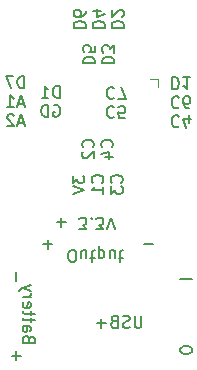
<source format=gbo>
G04 #@! TF.GenerationSoftware,KiCad,Pcbnew,8.0.9-8.0.9-0~ubuntu20.04.1*
G04 #@! TF.CreationDate,2025-06-12T23:47:11+01:00*
G04 #@! TF.ProjectId,ch32-breakout,63683332-2d62-4726-9561-6b6f75742e6b,rev?*
G04 #@! TF.SameCoordinates,Original*
G04 #@! TF.FileFunction,Legend,Bot*
G04 #@! TF.FilePolarity,Positive*
%FSLAX46Y46*%
G04 Gerber Fmt 4.6, Leading zero omitted, Abs format (unit mm)*
G04 Created by KiCad (PCBNEW 8.0.9-8.0.9-0~ubuntu20.04.1) date 2025-06-12 23:47:11*
%MOMM*%
%LPD*%
G01*
G04 APERTURE LIST*
%ADD10C,0.150000*%
%ADD11C,0.120000*%
G04 APERTURE END LIST*
D10*
X85738094Y-69149847D02*
X85738094Y-68149847D01*
X85738094Y-68149847D02*
X85499999Y-68149847D01*
X85499999Y-68149847D02*
X85357142Y-68197466D01*
X85357142Y-68197466D02*
X85261904Y-68292704D01*
X85261904Y-68292704D02*
X85214285Y-68387942D01*
X85214285Y-68387942D02*
X85166666Y-68578418D01*
X85166666Y-68578418D02*
X85166666Y-68721275D01*
X85166666Y-68721275D02*
X85214285Y-68911751D01*
X85214285Y-68911751D02*
X85261904Y-69006989D01*
X85261904Y-69006989D02*
X85357142Y-69102228D01*
X85357142Y-69102228D02*
X85499999Y-69149847D01*
X85499999Y-69149847D02*
X85738094Y-69149847D01*
X84214285Y-69149847D02*
X84785713Y-69149847D01*
X84499999Y-69149847D02*
X84499999Y-68149847D01*
X84499999Y-68149847D02*
X84595237Y-68292704D01*
X84595237Y-68292704D02*
X84690475Y-68387942D01*
X84690475Y-68387942D02*
X84785713Y-68435561D01*
X85238095Y-69807410D02*
X85333333Y-69759791D01*
X85333333Y-69759791D02*
X85476190Y-69759791D01*
X85476190Y-69759791D02*
X85619047Y-69807410D01*
X85619047Y-69807410D02*
X85714285Y-69902648D01*
X85714285Y-69902648D02*
X85761904Y-69997886D01*
X85761904Y-69997886D02*
X85809523Y-70188362D01*
X85809523Y-70188362D02*
X85809523Y-70331219D01*
X85809523Y-70331219D02*
X85761904Y-70521695D01*
X85761904Y-70521695D02*
X85714285Y-70616933D01*
X85714285Y-70616933D02*
X85619047Y-70712172D01*
X85619047Y-70712172D02*
X85476190Y-70759791D01*
X85476190Y-70759791D02*
X85380952Y-70759791D01*
X85380952Y-70759791D02*
X85238095Y-70712172D01*
X85238095Y-70712172D02*
X85190476Y-70664552D01*
X85190476Y-70664552D02*
X85190476Y-70331219D01*
X85190476Y-70331219D02*
X85380952Y-70331219D01*
X84761904Y-70759791D02*
X84761904Y-69759791D01*
X84761904Y-69759791D02*
X84523809Y-69759791D01*
X84523809Y-69759791D02*
X84380952Y-69807410D01*
X84380952Y-69807410D02*
X84285714Y-69902648D01*
X84285714Y-69902648D02*
X84238095Y-69997886D01*
X84238095Y-69997886D02*
X84190476Y-70188362D01*
X84190476Y-70188362D02*
X84190476Y-70331219D01*
X84190476Y-70331219D02*
X84238095Y-70521695D01*
X84238095Y-70521695D02*
X84285714Y-70616933D01*
X84285714Y-70616933D02*
X84380952Y-70712172D01*
X84380952Y-70712172D02*
X84523809Y-70759791D01*
X84523809Y-70759791D02*
X84761904Y-70759791D01*
X90333333Y-69945391D02*
X90285714Y-69897772D01*
X90285714Y-69897772D02*
X90142857Y-69850152D01*
X90142857Y-69850152D02*
X90047619Y-69850152D01*
X90047619Y-69850152D02*
X89904762Y-69897772D01*
X89904762Y-69897772D02*
X89809524Y-69993010D01*
X89809524Y-69993010D02*
X89761905Y-70088248D01*
X89761905Y-70088248D02*
X89714286Y-70278724D01*
X89714286Y-70278724D02*
X89714286Y-70421581D01*
X89714286Y-70421581D02*
X89761905Y-70612057D01*
X89761905Y-70612057D02*
X89809524Y-70707295D01*
X89809524Y-70707295D02*
X89904762Y-70802533D01*
X89904762Y-70802533D02*
X90047619Y-70850152D01*
X90047619Y-70850152D02*
X90142857Y-70850152D01*
X90142857Y-70850152D02*
X90285714Y-70802533D01*
X90285714Y-70802533D02*
X90333333Y-70754914D01*
X91238095Y-70850152D02*
X90761905Y-70850152D01*
X90761905Y-70850152D02*
X90714286Y-70373962D01*
X90714286Y-70373962D02*
X90761905Y-70421581D01*
X90761905Y-70421581D02*
X90857143Y-70469200D01*
X90857143Y-70469200D02*
X91095238Y-70469200D01*
X91095238Y-70469200D02*
X91190476Y-70421581D01*
X91190476Y-70421581D02*
X91238095Y-70373962D01*
X91238095Y-70373962D02*
X91285714Y-70278724D01*
X91285714Y-70278724D02*
X91285714Y-70040629D01*
X91285714Y-70040629D02*
X91238095Y-69945391D01*
X91238095Y-69945391D02*
X91190476Y-69897772D01*
X91190476Y-69897772D02*
X91095238Y-69850152D01*
X91095238Y-69850152D02*
X90857143Y-69850152D01*
X90857143Y-69850152D02*
X90761905Y-69897772D01*
X90761905Y-69897772D02*
X90714286Y-69945391D01*
X90333333Y-68335447D02*
X90285714Y-68287828D01*
X90285714Y-68287828D02*
X90142857Y-68240208D01*
X90142857Y-68240208D02*
X90047619Y-68240208D01*
X90047619Y-68240208D02*
X89904762Y-68287828D01*
X89904762Y-68287828D02*
X89809524Y-68383066D01*
X89809524Y-68383066D02*
X89761905Y-68478304D01*
X89761905Y-68478304D02*
X89714286Y-68668780D01*
X89714286Y-68668780D02*
X89714286Y-68811637D01*
X89714286Y-68811637D02*
X89761905Y-69002113D01*
X89761905Y-69002113D02*
X89809524Y-69097351D01*
X89809524Y-69097351D02*
X89904762Y-69192589D01*
X89904762Y-69192589D02*
X90047619Y-69240208D01*
X90047619Y-69240208D02*
X90142857Y-69240208D01*
X90142857Y-69240208D02*
X90285714Y-69192589D01*
X90285714Y-69192589D02*
X90333333Y-69144970D01*
X90666667Y-69240208D02*
X91333333Y-69240208D01*
X91333333Y-69240208D02*
X90904762Y-68240208D01*
X89350152Y-66238094D02*
X90350152Y-66238094D01*
X90350152Y-66238094D02*
X90350152Y-65999999D01*
X90350152Y-65999999D02*
X90302533Y-65857142D01*
X90302533Y-65857142D02*
X90207295Y-65761904D01*
X90207295Y-65761904D02*
X90112057Y-65714285D01*
X90112057Y-65714285D02*
X89921581Y-65666666D01*
X89921581Y-65666666D02*
X89778724Y-65666666D01*
X89778724Y-65666666D02*
X89588248Y-65714285D01*
X89588248Y-65714285D02*
X89493010Y-65761904D01*
X89493010Y-65761904D02*
X89397772Y-65857142D01*
X89397772Y-65857142D02*
X89350152Y-65999999D01*
X89350152Y-65999999D02*
X89350152Y-66238094D01*
X90350152Y-65333332D02*
X90350152Y-64714285D01*
X90350152Y-64714285D02*
X89969200Y-65047618D01*
X89969200Y-65047618D02*
X89969200Y-64904761D01*
X89969200Y-64904761D02*
X89921581Y-64809523D01*
X89921581Y-64809523D02*
X89873962Y-64761904D01*
X89873962Y-64761904D02*
X89778724Y-64714285D01*
X89778724Y-64714285D02*
X89540629Y-64714285D01*
X89540629Y-64714285D02*
X89445391Y-64761904D01*
X89445391Y-64761904D02*
X89397772Y-64809523D01*
X89397772Y-64809523D02*
X89350152Y-64904761D01*
X89350152Y-64904761D02*
X89350152Y-65190475D01*
X89350152Y-65190475D02*
X89397772Y-65285713D01*
X89397772Y-65285713D02*
X89445391Y-65333332D01*
X87740208Y-66238094D02*
X88740208Y-66238094D01*
X88740208Y-66238094D02*
X88740208Y-65999999D01*
X88740208Y-65999999D02*
X88692589Y-65857142D01*
X88692589Y-65857142D02*
X88597351Y-65761904D01*
X88597351Y-65761904D02*
X88502113Y-65714285D01*
X88502113Y-65714285D02*
X88311637Y-65666666D01*
X88311637Y-65666666D02*
X88168780Y-65666666D01*
X88168780Y-65666666D02*
X87978304Y-65714285D01*
X87978304Y-65714285D02*
X87883066Y-65761904D01*
X87883066Y-65761904D02*
X87787828Y-65857142D01*
X87787828Y-65857142D02*
X87740208Y-65999999D01*
X87740208Y-65999999D02*
X87740208Y-66238094D01*
X88740208Y-64761904D02*
X88740208Y-65238094D01*
X88740208Y-65238094D02*
X88264018Y-65285713D01*
X88264018Y-65285713D02*
X88311637Y-65238094D01*
X88311637Y-65238094D02*
X88359256Y-65142856D01*
X88359256Y-65142856D02*
X88359256Y-64904761D01*
X88359256Y-64904761D02*
X88311637Y-64809523D01*
X88311637Y-64809523D02*
X88264018Y-64761904D01*
X88264018Y-64761904D02*
X88168780Y-64714285D01*
X88168780Y-64714285D02*
X87930685Y-64714285D01*
X87930685Y-64714285D02*
X87835447Y-64761904D01*
X87835447Y-64761904D02*
X87787828Y-64809523D01*
X87787828Y-64809523D02*
X87740208Y-64904761D01*
X87740208Y-64904761D02*
X87740208Y-65142856D01*
X87740208Y-65142856D02*
X87787828Y-65238094D01*
X87787828Y-65238094D02*
X87835447Y-65285713D01*
X88554608Y-73333333D02*
X88602228Y-73285714D01*
X88602228Y-73285714D02*
X88649847Y-73142857D01*
X88649847Y-73142857D02*
X88649847Y-73047619D01*
X88649847Y-73047619D02*
X88602228Y-72904762D01*
X88602228Y-72904762D02*
X88506989Y-72809524D01*
X88506989Y-72809524D02*
X88411751Y-72761905D01*
X88411751Y-72761905D02*
X88221275Y-72714286D01*
X88221275Y-72714286D02*
X88078418Y-72714286D01*
X88078418Y-72714286D02*
X87887942Y-72761905D01*
X87887942Y-72761905D02*
X87792704Y-72809524D01*
X87792704Y-72809524D02*
X87697466Y-72904762D01*
X87697466Y-72904762D02*
X87649847Y-73047619D01*
X87649847Y-73047619D02*
X87649847Y-73142857D01*
X87649847Y-73142857D02*
X87697466Y-73285714D01*
X87697466Y-73285714D02*
X87745085Y-73333333D01*
X87745085Y-73714286D02*
X87697466Y-73761905D01*
X87697466Y-73761905D02*
X87649847Y-73857143D01*
X87649847Y-73857143D02*
X87649847Y-74095238D01*
X87649847Y-74095238D02*
X87697466Y-74190476D01*
X87697466Y-74190476D02*
X87745085Y-74238095D01*
X87745085Y-74238095D02*
X87840323Y-74285714D01*
X87840323Y-74285714D02*
X87935561Y-74285714D01*
X87935561Y-74285714D02*
X88078418Y-74238095D01*
X88078418Y-74238095D02*
X88649847Y-73666667D01*
X88649847Y-73666667D02*
X88649847Y-74285714D01*
X90164552Y-73333333D02*
X90212172Y-73285714D01*
X90212172Y-73285714D02*
X90259791Y-73142857D01*
X90259791Y-73142857D02*
X90259791Y-73047619D01*
X90259791Y-73047619D02*
X90212172Y-72904762D01*
X90212172Y-72904762D02*
X90116933Y-72809524D01*
X90116933Y-72809524D02*
X90021695Y-72761905D01*
X90021695Y-72761905D02*
X89831219Y-72714286D01*
X89831219Y-72714286D02*
X89688362Y-72714286D01*
X89688362Y-72714286D02*
X89497886Y-72761905D01*
X89497886Y-72761905D02*
X89402648Y-72809524D01*
X89402648Y-72809524D02*
X89307410Y-72904762D01*
X89307410Y-72904762D02*
X89259791Y-73047619D01*
X89259791Y-73047619D02*
X89259791Y-73142857D01*
X89259791Y-73142857D02*
X89307410Y-73285714D01*
X89307410Y-73285714D02*
X89355029Y-73333333D01*
X89593124Y-74190476D02*
X90259791Y-74190476D01*
X89212172Y-73952381D02*
X89926457Y-73714286D01*
X89926457Y-73714286D02*
X89926457Y-74333333D01*
X82738094Y-68344875D02*
X82738094Y-67344875D01*
X82738094Y-67344875D02*
X82499999Y-67344875D01*
X82499999Y-67344875D02*
X82357142Y-67392494D01*
X82357142Y-67392494D02*
X82261904Y-67487732D01*
X82261904Y-67487732D02*
X82214285Y-67582970D01*
X82214285Y-67582970D02*
X82166666Y-67773446D01*
X82166666Y-67773446D02*
X82166666Y-67916303D01*
X82166666Y-67916303D02*
X82214285Y-68106779D01*
X82214285Y-68106779D02*
X82261904Y-68202017D01*
X82261904Y-68202017D02*
X82357142Y-68297256D01*
X82357142Y-68297256D02*
X82499999Y-68344875D01*
X82499999Y-68344875D02*
X82738094Y-68344875D01*
X81833332Y-67344875D02*
X81166666Y-67344875D01*
X81166666Y-67344875D02*
X81595237Y-68344875D01*
X82714285Y-69669104D02*
X82238095Y-69669104D01*
X82809523Y-69954819D02*
X82476190Y-68954819D01*
X82476190Y-68954819D02*
X82142857Y-69954819D01*
X81285714Y-69954819D02*
X81857142Y-69954819D01*
X81571428Y-69954819D02*
X81571428Y-68954819D01*
X81571428Y-68954819D02*
X81666666Y-69097676D01*
X81666666Y-69097676D02*
X81761904Y-69192914D01*
X81761904Y-69192914D02*
X81857142Y-69240533D01*
X82714285Y-71279048D02*
X82238095Y-71279048D01*
X82809523Y-71564763D02*
X82476190Y-70564763D01*
X82476190Y-70564763D02*
X82142857Y-71564763D01*
X81857142Y-70660001D02*
X81809523Y-70612382D01*
X81809523Y-70612382D02*
X81714285Y-70564763D01*
X81714285Y-70564763D02*
X81476190Y-70564763D01*
X81476190Y-70564763D02*
X81380952Y-70612382D01*
X81380952Y-70612382D02*
X81333333Y-70660001D01*
X81333333Y-70660001D02*
X81285714Y-70755239D01*
X81285714Y-70755239D02*
X81285714Y-70850477D01*
X81285714Y-70850477D02*
X81333333Y-70993334D01*
X81333333Y-70993334D02*
X81904761Y-71564763D01*
X81904761Y-71564763D02*
X81285714Y-71564763D01*
X96954819Y-84500000D02*
X95954819Y-84500000D01*
X82073866Y-83869048D02*
X82073866Y-84630953D01*
X92663220Y-87619819D02*
X92663220Y-88429342D01*
X92663220Y-88429342D02*
X92615601Y-88524580D01*
X92615601Y-88524580D02*
X92567982Y-88572200D01*
X92567982Y-88572200D02*
X92472744Y-88619819D01*
X92472744Y-88619819D02*
X92282268Y-88619819D01*
X92282268Y-88619819D02*
X92187030Y-88572200D01*
X92187030Y-88572200D02*
X92139411Y-88524580D01*
X92139411Y-88524580D02*
X92091792Y-88429342D01*
X92091792Y-88429342D02*
X92091792Y-87619819D01*
X91663220Y-88572200D02*
X91520363Y-88619819D01*
X91520363Y-88619819D02*
X91282268Y-88619819D01*
X91282268Y-88619819D02*
X91187030Y-88572200D01*
X91187030Y-88572200D02*
X91139411Y-88524580D01*
X91139411Y-88524580D02*
X91091792Y-88429342D01*
X91091792Y-88429342D02*
X91091792Y-88334104D01*
X91091792Y-88334104D02*
X91139411Y-88238866D01*
X91139411Y-88238866D02*
X91187030Y-88191247D01*
X91187030Y-88191247D02*
X91282268Y-88143628D01*
X91282268Y-88143628D02*
X91472744Y-88096009D01*
X91472744Y-88096009D02*
X91567982Y-88048390D01*
X91567982Y-88048390D02*
X91615601Y-88000771D01*
X91615601Y-88000771D02*
X91663220Y-87905533D01*
X91663220Y-87905533D02*
X91663220Y-87810295D01*
X91663220Y-87810295D02*
X91615601Y-87715057D01*
X91615601Y-87715057D02*
X91567982Y-87667438D01*
X91567982Y-87667438D02*
X91472744Y-87619819D01*
X91472744Y-87619819D02*
X91234649Y-87619819D01*
X91234649Y-87619819D02*
X91091792Y-87667438D01*
X90329887Y-88096009D02*
X90187030Y-88143628D01*
X90187030Y-88143628D02*
X90139411Y-88191247D01*
X90139411Y-88191247D02*
X90091792Y-88286485D01*
X90091792Y-88286485D02*
X90091792Y-88429342D01*
X90091792Y-88429342D02*
X90139411Y-88524580D01*
X90139411Y-88524580D02*
X90187030Y-88572200D01*
X90187030Y-88572200D02*
X90282268Y-88619819D01*
X90282268Y-88619819D02*
X90663220Y-88619819D01*
X90663220Y-88619819D02*
X90663220Y-87619819D01*
X90663220Y-87619819D02*
X90329887Y-87619819D01*
X90329887Y-87619819D02*
X90234649Y-87667438D01*
X90234649Y-87667438D02*
X90187030Y-87715057D01*
X90187030Y-87715057D02*
X90139411Y-87810295D01*
X90139411Y-87810295D02*
X90139411Y-87905533D01*
X90139411Y-87905533D02*
X90187030Y-88000771D01*
X90187030Y-88000771D02*
X90234649Y-88048390D01*
X90234649Y-88048390D02*
X90329887Y-88096009D01*
X90329887Y-88096009D02*
X90663220Y-88096009D01*
X89663220Y-88238866D02*
X88901316Y-88238866D01*
X89282268Y-88619819D02*
X89282268Y-87857914D01*
X86726190Y-83045180D02*
X86916666Y-83045180D01*
X86916666Y-83045180D02*
X87011904Y-82997561D01*
X87011904Y-82997561D02*
X87107142Y-82902323D01*
X87107142Y-82902323D02*
X87154761Y-82711847D01*
X87154761Y-82711847D02*
X87154761Y-82378514D01*
X87154761Y-82378514D02*
X87107142Y-82188038D01*
X87107142Y-82188038D02*
X87011904Y-82092800D01*
X87011904Y-82092800D02*
X86916666Y-82045180D01*
X86916666Y-82045180D02*
X86726190Y-82045180D01*
X86726190Y-82045180D02*
X86630952Y-82092800D01*
X86630952Y-82092800D02*
X86535714Y-82188038D01*
X86535714Y-82188038D02*
X86488095Y-82378514D01*
X86488095Y-82378514D02*
X86488095Y-82711847D01*
X86488095Y-82711847D02*
X86535714Y-82902323D01*
X86535714Y-82902323D02*
X86630952Y-82997561D01*
X86630952Y-82997561D02*
X86726190Y-83045180D01*
X88011904Y-82711847D02*
X88011904Y-82045180D01*
X87583333Y-82711847D02*
X87583333Y-82188038D01*
X87583333Y-82188038D02*
X87630952Y-82092800D01*
X87630952Y-82092800D02*
X87726190Y-82045180D01*
X87726190Y-82045180D02*
X87869047Y-82045180D01*
X87869047Y-82045180D02*
X87964285Y-82092800D01*
X87964285Y-82092800D02*
X88011904Y-82140419D01*
X88345238Y-82711847D02*
X88726190Y-82711847D01*
X88488095Y-83045180D02*
X88488095Y-82188038D01*
X88488095Y-82188038D02*
X88535714Y-82092800D01*
X88535714Y-82092800D02*
X88630952Y-82045180D01*
X88630952Y-82045180D02*
X88726190Y-82045180D01*
X89059524Y-82711847D02*
X89059524Y-81711847D01*
X89059524Y-82664228D02*
X89154762Y-82711847D01*
X89154762Y-82711847D02*
X89345238Y-82711847D01*
X89345238Y-82711847D02*
X89440476Y-82664228D01*
X89440476Y-82664228D02*
X89488095Y-82616609D01*
X89488095Y-82616609D02*
X89535714Y-82521371D01*
X89535714Y-82521371D02*
X89535714Y-82235657D01*
X89535714Y-82235657D02*
X89488095Y-82140419D01*
X89488095Y-82140419D02*
X89440476Y-82092800D01*
X89440476Y-82092800D02*
X89345238Y-82045180D01*
X89345238Y-82045180D02*
X89154762Y-82045180D01*
X89154762Y-82045180D02*
X89059524Y-82092800D01*
X90392857Y-82711847D02*
X90392857Y-82045180D01*
X89964286Y-82711847D02*
X89964286Y-82188038D01*
X89964286Y-82188038D02*
X90011905Y-82092800D01*
X90011905Y-82092800D02*
X90107143Y-82045180D01*
X90107143Y-82045180D02*
X90250000Y-82045180D01*
X90250000Y-82045180D02*
X90345238Y-82092800D01*
X90345238Y-82092800D02*
X90392857Y-82140419D01*
X90726191Y-82711847D02*
X91107143Y-82711847D01*
X90869048Y-83045180D02*
X90869048Y-82188038D01*
X90869048Y-82188038D02*
X90916667Y-82092800D01*
X90916667Y-82092800D02*
X91011905Y-82045180D01*
X91011905Y-82045180D02*
X91107143Y-82045180D01*
X90155124Y-63238094D02*
X91155124Y-63238094D01*
X91155124Y-63238094D02*
X91155124Y-62999999D01*
X91155124Y-62999999D02*
X91107505Y-62857142D01*
X91107505Y-62857142D02*
X91012267Y-62761904D01*
X91012267Y-62761904D02*
X90917029Y-62714285D01*
X90917029Y-62714285D02*
X90726553Y-62666666D01*
X90726553Y-62666666D02*
X90583696Y-62666666D01*
X90583696Y-62666666D02*
X90393220Y-62714285D01*
X90393220Y-62714285D02*
X90297982Y-62761904D01*
X90297982Y-62761904D02*
X90202744Y-62857142D01*
X90202744Y-62857142D02*
X90155124Y-62999999D01*
X90155124Y-62999999D02*
X90155124Y-63238094D01*
X91059886Y-62285713D02*
X91107505Y-62238094D01*
X91107505Y-62238094D02*
X91155124Y-62142856D01*
X91155124Y-62142856D02*
X91155124Y-61904761D01*
X91155124Y-61904761D02*
X91107505Y-61809523D01*
X91107505Y-61809523D02*
X91059886Y-61761904D01*
X91059886Y-61761904D02*
X90964648Y-61714285D01*
X90964648Y-61714285D02*
X90869410Y-61714285D01*
X90869410Y-61714285D02*
X90726553Y-61761904D01*
X90726553Y-61761904D02*
X90155124Y-62333332D01*
X90155124Y-62333332D02*
X90155124Y-61714285D01*
X88545180Y-63238094D02*
X89545180Y-63238094D01*
X89545180Y-63238094D02*
X89545180Y-62999999D01*
X89545180Y-62999999D02*
X89497561Y-62857142D01*
X89497561Y-62857142D02*
X89402323Y-62761904D01*
X89402323Y-62761904D02*
X89307085Y-62714285D01*
X89307085Y-62714285D02*
X89116609Y-62666666D01*
X89116609Y-62666666D02*
X88973752Y-62666666D01*
X88973752Y-62666666D02*
X88783276Y-62714285D01*
X88783276Y-62714285D02*
X88688038Y-62761904D01*
X88688038Y-62761904D02*
X88592800Y-62857142D01*
X88592800Y-62857142D02*
X88545180Y-62999999D01*
X88545180Y-62999999D02*
X88545180Y-63238094D01*
X89211847Y-61809523D02*
X88545180Y-61809523D01*
X89592800Y-62047618D02*
X88878514Y-62285713D01*
X88878514Y-62285713D02*
X88878514Y-61666666D01*
X86935236Y-63238094D02*
X87935236Y-63238094D01*
X87935236Y-63238094D02*
X87935236Y-62999999D01*
X87935236Y-62999999D02*
X87887617Y-62857142D01*
X87887617Y-62857142D02*
X87792379Y-62761904D01*
X87792379Y-62761904D02*
X87697141Y-62714285D01*
X87697141Y-62714285D02*
X87506665Y-62666666D01*
X87506665Y-62666666D02*
X87363808Y-62666666D01*
X87363808Y-62666666D02*
X87173332Y-62714285D01*
X87173332Y-62714285D02*
X87078094Y-62761904D01*
X87078094Y-62761904D02*
X86982856Y-62857142D01*
X86982856Y-62857142D02*
X86935236Y-62999999D01*
X86935236Y-62999999D02*
X86935236Y-63238094D01*
X87935236Y-61809523D02*
X87935236Y-61999999D01*
X87935236Y-61999999D02*
X87887617Y-62095237D01*
X87887617Y-62095237D02*
X87839998Y-62142856D01*
X87839998Y-62142856D02*
X87697141Y-62238094D01*
X87697141Y-62238094D02*
X87506665Y-62285713D01*
X87506665Y-62285713D02*
X87125713Y-62285713D01*
X87125713Y-62285713D02*
X87030475Y-62238094D01*
X87030475Y-62238094D02*
X86982856Y-62190475D01*
X86982856Y-62190475D02*
X86935236Y-62095237D01*
X86935236Y-62095237D02*
X86935236Y-61904761D01*
X86935236Y-61904761D02*
X86982856Y-61809523D01*
X86982856Y-61809523D02*
X87030475Y-61761904D01*
X87030475Y-61761904D02*
X87125713Y-61714285D01*
X87125713Y-61714285D02*
X87363808Y-61714285D01*
X87363808Y-61714285D02*
X87459046Y-61761904D01*
X87459046Y-61761904D02*
X87506665Y-61809523D01*
X87506665Y-61809523D02*
X87554284Y-61904761D01*
X87554284Y-61904761D02*
X87554284Y-62095237D01*
X87554284Y-62095237D02*
X87506665Y-62190475D01*
X87506665Y-62190475D02*
X87459046Y-62238094D01*
X87459046Y-62238094D02*
X87363808Y-62285713D01*
X95833333Y-70750363D02*
X95785714Y-70702744D01*
X95785714Y-70702744D02*
X95642857Y-70655124D01*
X95642857Y-70655124D02*
X95547619Y-70655124D01*
X95547619Y-70655124D02*
X95404762Y-70702744D01*
X95404762Y-70702744D02*
X95309524Y-70797982D01*
X95309524Y-70797982D02*
X95261905Y-70893220D01*
X95261905Y-70893220D02*
X95214286Y-71083696D01*
X95214286Y-71083696D02*
X95214286Y-71226553D01*
X95214286Y-71226553D02*
X95261905Y-71417029D01*
X95261905Y-71417029D02*
X95309524Y-71512267D01*
X95309524Y-71512267D02*
X95404762Y-71607505D01*
X95404762Y-71607505D02*
X95547619Y-71655124D01*
X95547619Y-71655124D02*
X95642857Y-71655124D01*
X95642857Y-71655124D02*
X95785714Y-71607505D01*
X95785714Y-71607505D02*
X95833333Y-71559886D01*
X96690476Y-71321791D02*
X96690476Y-70655124D01*
X96452381Y-71702744D02*
X96214286Y-70988458D01*
X96214286Y-70988458D02*
X96833333Y-70988458D01*
X95833333Y-69140419D02*
X95785714Y-69092800D01*
X95785714Y-69092800D02*
X95642857Y-69045180D01*
X95642857Y-69045180D02*
X95547619Y-69045180D01*
X95547619Y-69045180D02*
X95404762Y-69092800D01*
X95404762Y-69092800D02*
X95309524Y-69188038D01*
X95309524Y-69188038D02*
X95261905Y-69283276D01*
X95261905Y-69283276D02*
X95214286Y-69473752D01*
X95214286Y-69473752D02*
X95214286Y-69616609D01*
X95214286Y-69616609D02*
X95261905Y-69807085D01*
X95261905Y-69807085D02*
X95309524Y-69902323D01*
X95309524Y-69902323D02*
X95404762Y-69997561D01*
X95404762Y-69997561D02*
X95547619Y-70045180D01*
X95547619Y-70045180D02*
X95642857Y-70045180D01*
X95642857Y-70045180D02*
X95785714Y-69997561D01*
X95785714Y-69997561D02*
X95833333Y-69949942D01*
X96690476Y-70045180D02*
X96500000Y-70045180D01*
X96500000Y-70045180D02*
X96404762Y-69997561D01*
X96404762Y-69997561D02*
X96357143Y-69949942D01*
X96357143Y-69949942D02*
X96261905Y-69807085D01*
X96261905Y-69807085D02*
X96214286Y-69616609D01*
X96214286Y-69616609D02*
X96214286Y-69235657D01*
X96214286Y-69235657D02*
X96261905Y-69140419D01*
X96261905Y-69140419D02*
X96309524Y-69092800D01*
X96309524Y-69092800D02*
X96404762Y-69045180D01*
X96404762Y-69045180D02*
X96595238Y-69045180D01*
X96595238Y-69045180D02*
X96690476Y-69092800D01*
X96690476Y-69092800D02*
X96738095Y-69140419D01*
X96738095Y-69140419D02*
X96785714Y-69235657D01*
X96785714Y-69235657D02*
X96785714Y-69473752D01*
X96785714Y-69473752D02*
X96738095Y-69568990D01*
X96738095Y-69568990D02*
X96690476Y-69616609D01*
X96690476Y-69616609D02*
X96595238Y-69664228D01*
X96595238Y-69664228D02*
X96404762Y-69664228D01*
X96404762Y-69664228D02*
X96309524Y-69616609D01*
X96309524Y-69616609D02*
X96261905Y-69568990D01*
X96261905Y-69568990D02*
X96214286Y-69473752D01*
X95261905Y-67435236D02*
X95261905Y-68435236D01*
X95261905Y-68435236D02*
X95500000Y-68435236D01*
X95500000Y-68435236D02*
X95642857Y-68387617D01*
X95642857Y-68387617D02*
X95738095Y-68292379D01*
X95738095Y-68292379D02*
X95785714Y-68197141D01*
X95785714Y-68197141D02*
X95833333Y-68006665D01*
X95833333Y-68006665D02*
X95833333Y-67863808D01*
X95833333Y-67863808D02*
X95785714Y-67673332D01*
X95785714Y-67673332D02*
X95738095Y-67578094D01*
X95738095Y-67578094D02*
X95642857Y-67482856D01*
X95642857Y-67482856D02*
X95500000Y-67435236D01*
X95500000Y-67435236D02*
X95261905Y-67435236D01*
X96785714Y-67435236D02*
X96214286Y-67435236D01*
X96500000Y-67435236D02*
X96500000Y-68435236D01*
X96500000Y-68435236D02*
X96404762Y-68292379D01*
X96404762Y-68292379D02*
X96309524Y-68197141D01*
X96309524Y-68197141D02*
X96214286Y-68149522D01*
X95954819Y-90404762D02*
X95954819Y-90595238D01*
X95954819Y-90595238D02*
X96002438Y-90690476D01*
X96002438Y-90690476D02*
X96097676Y-90785714D01*
X96097676Y-90785714D02*
X96288152Y-90833333D01*
X96288152Y-90833333D02*
X96621485Y-90833333D01*
X96621485Y-90833333D02*
X96811961Y-90785714D01*
X96811961Y-90785714D02*
X96907200Y-90690476D01*
X96907200Y-90690476D02*
X96954819Y-90595238D01*
X96954819Y-90595238D02*
X96954819Y-90404762D01*
X96954819Y-90404762D02*
X96907200Y-90309524D01*
X96907200Y-90309524D02*
X96811961Y-90214286D01*
X96811961Y-90214286D02*
X96621485Y-90166667D01*
X96621485Y-90166667D02*
X96288152Y-90166667D01*
X96288152Y-90166667D02*
X96097676Y-90214286D01*
X96097676Y-90214286D02*
X96002438Y-90309524D01*
X96002438Y-90309524D02*
X95954819Y-90404762D01*
X82073866Y-90619048D02*
X82073866Y-91380953D01*
X82454819Y-91000000D02*
X81692914Y-91000000D01*
X86844875Y-75738095D02*
X86844875Y-76357142D01*
X86844875Y-76357142D02*
X87225827Y-76023809D01*
X87225827Y-76023809D02*
X87225827Y-76166666D01*
X87225827Y-76166666D02*
X87273446Y-76261904D01*
X87273446Y-76261904D02*
X87321065Y-76309523D01*
X87321065Y-76309523D02*
X87416303Y-76357142D01*
X87416303Y-76357142D02*
X87654398Y-76357142D01*
X87654398Y-76357142D02*
X87749636Y-76309523D01*
X87749636Y-76309523D02*
X87797256Y-76261904D01*
X87797256Y-76261904D02*
X87844875Y-76166666D01*
X87844875Y-76166666D02*
X87844875Y-75880952D01*
X87844875Y-75880952D02*
X87797256Y-75785714D01*
X87797256Y-75785714D02*
X87749636Y-75738095D01*
X86844875Y-76642857D02*
X87844875Y-76976190D01*
X87844875Y-76976190D02*
X86844875Y-77309523D01*
X89359580Y-76333333D02*
X89407200Y-76285714D01*
X89407200Y-76285714D02*
X89454819Y-76142857D01*
X89454819Y-76142857D02*
X89454819Y-76047619D01*
X89454819Y-76047619D02*
X89407200Y-75904762D01*
X89407200Y-75904762D02*
X89311961Y-75809524D01*
X89311961Y-75809524D02*
X89216723Y-75761905D01*
X89216723Y-75761905D02*
X89026247Y-75714286D01*
X89026247Y-75714286D02*
X88883390Y-75714286D01*
X88883390Y-75714286D02*
X88692914Y-75761905D01*
X88692914Y-75761905D02*
X88597676Y-75809524D01*
X88597676Y-75809524D02*
X88502438Y-75904762D01*
X88502438Y-75904762D02*
X88454819Y-76047619D01*
X88454819Y-76047619D02*
X88454819Y-76142857D01*
X88454819Y-76142857D02*
X88502438Y-76285714D01*
X88502438Y-76285714D02*
X88550057Y-76333333D01*
X89454819Y-77285714D02*
X89454819Y-76714286D01*
X89454819Y-77000000D02*
X88454819Y-77000000D01*
X88454819Y-77000000D02*
X88597676Y-76904762D01*
X88597676Y-76904762D02*
X88692914Y-76809524D01*
X88692914Y-76809524D02*
X88740533Y-76714286D01*
X90969524Y-76333333D02*
X91017144Y-76285714D01*
X91017144Y-76285714D02*
X91064763Y-76142857D01*
X91064763Y-76142857D02*
X91064763Y-76047619D01*
X91064763Y-76047619D02*
X91017144Y-75904762D01*
X91017144Y-75904762D02*
X90921905Y-75809524D01*
X90921905Y-75809524D02*
X90826667Y-75761905D01*
X90826667Y-75761905D02*
X90636191Y-75714286D01*
X90636191Y-75714286D02*
X90493334Y-75714286D01*
X90493334Y-75714286D02*
X90302858Y-75761905D01*
X90302858Y-75761905D02*
X90207620Y-75809524D01*
X90207620Y-75809524D02*
X90112382Y-75904762D01*
X90112382Y-75904762D02*
X90064763Y-76047619D01*
X90064763Y-76047619D02*
X90064763Y-76142857D01*
X90064763Y-76142857D02*
X90112382Y-76285714D01*
X90112382Y-76285714D02*
X90160001Y-76333333D01*
X90064763Y-76666667D02*
X90064763Y-77285714D01*
X90064763Y-77285714D02*
X90445715Y-76952381D01*
X90445715Y-76952381D02*
X90445715Y-77095238D01*
X90445715Y-77095238D02*
X90493334Y-77190476D01*
X90493334Y-77190476D02*
X90540953Y-77238095D01*
X90540953Y-77238095D02*
X90636191Y-77285714D01*
X90636191Y-77285714D02*
X90874286Y-77285714D01*
X90874286Y-77285714D02*
X90969524Y-77238095D01*
X90969524Y-77238095D02*
X91017144Y-77190476D01*
X91017144Y-77190476D02*
X91064763Y-77095238D01*
X91064763Y-77095238D02*
X91064763Y-76809524D01*
X91064763Y-76809524D02*
X91017144Y-76714286D01*
X91017144Y-76714286D02*
X90969524Y-76666667D01*
X85488095Y-79676133D02*
X86250000Y-79676133D01*
X85869047Y-79295180D02*
X85869047Y-80057085D01*
X87392857Y-80295180D02*
X88011904Y-80295180D01*
X88011904Y-80295180D02*
X87678571Y-79914228D01*
X87678571Y-79914228D02*
X87821428Y-79914228D01*
X87821428Y-79914228D02*
X87916666Y-79866609D01*
X87916666Y-79866609D02*
X87964285Y-79818990D01*
X87964285Y-79818990D02*
X88011904Y-79723752D01*
X88011904Y-79723752D02*
X88011904Y-79485657D01*
X88011904Y-79485657D02*
X87964285Y-79390419D01*
X87964285Y-79390419D02*
X87916666Y-79342800D01*
X87916666Y-79342800D02*
X87821428Y-79295180D01*
X87821428Y-79295180D02*
X87535714Y-79295180D01*
X87535714Y-79295180D02*
X87440476Y-79342800D01*
X87440476Y-79342800D02*
X87392857Y-79390419D01*
X88440476Y-79390419D02*
X88488095Y-79342800D01*
X88488095Y-79342800D02*
X88440476Y-79295180D01*
X88440476Y-79295180D02*
X88392857Y-79342800D01*
X88392857Y-79342800D02*
X88440476Y-79390419D01*
X88440476Y-79390419D02*
X88440476Y-79295180D01*
X88821428Y-80295180D02*
X89440475Y-80295180D01*
X89440475Y-80295180D02*
X89107142Y-79914228D01*
X89107142Y-79914228D02*
X89249999Y-79914228D01*
X89249999Y-79914228D02*
X89345237Y-79866609D01*
X89345237Y-79866609D02*
X89392856Y-79818990D01*
X89392856Y-79818990D02*
X89440475Y-79723752D01*
X89440475Y-79723752D02*
X89440475Y-79485657D01*
X89440475Y-79485657D02*
X89392856Y-79390419D01*
X89392856Y-79390419D02*
X89345237Y-79342800D01*
X89345237Y-79342800D02*
X89249999Y-79295180D01*
X89249999Y-79295180D02*
X88964285Y-79295180D01*
X88964285Y-79295180D02*
X88869047Y-79342800D01*
X88869047Y-79342800D02*
X88821428Y-79390419D01*
X89726190Y-80295180D02*
X90059523Y-79295180D01*
X90059523Y-79295180D02*
X90392856Y-80295180D01*
X85130951Y-81573866D02*
X84369047Y-81573866D01*
X84749999Y-81954819D02*
X84749999Y-81192914D01*
X93630951Y-81573866D02*
X92869047Y-81573866D01*
X83153990Y-89579887D02*
X83106371Y-89437030D01*
X83106371Y-89437030D02*
X83058752Y-89389411D01*
X83058752Y-89389411D02*
X82963514Y-89341792D01*
X82963514Y-89341792D02*
X82820657Y-89341792D01*
X82820657Y-89341792D02*
X82725419Y-89389411D01*
X82725419Y-89389411D02*
X82677800Y-89437030D01*
X82677800Y-89437030D02*
X82630180Y-89532268D01*
X82630180Y-89532268D02*
X82630180Y-89913220D01*
X82630180Y-89913220D02*
X83630180Y-89913220D01*
X83630180Y-89913220D02*
X83630180Y-89579887D01*
X83630180Y-89579887D02*
X83582561Y-89484649D01*
X83582561Y-89484649D02*
X83534942Y-89437030D01*
X83534942Y-89437030D02*
X83439704Y-89389411D01*
X83439704Y-89389411D02*
X83344466Y-89389411D01*
X83344466Y-89389411D02*
X83249228Y-89437030D01*
X83249228Y-89437030D02*
X83201609Y-89484649D01*
X83201609Y-89484649D02*
X83153990Y-89579887D01*
X83153990Y-89579887D02*
X83153990Y-89913220D01*
X82630180Y-88484649D02*
X83153990Y-88484649D01*
X83153990Y-88484649D02*
X83249228Y-88532268D01*
X83249228Y-88532268D02*
X83296847Y-88627506D01*
X83296847Y-88627506D02*
X83296847Y-88817982D01*
X83296847Y-88817982D02*
X83249228Y-88913220D01*
X82677800Y-88484649D02*
X82630180Y-88579887D01*
X82630180Y-88579887D02*
X82630180Y-88817982D01*
X82630180Y-88817982D02*
X82677800Y-88913220D01*
X82677800Y-88913220D02*
X82773038Y-88960839D01*
X82773038Y-88960839D02*
X82868276Y-88960839D01*
X82868276Y-88960839D02*
X82963514Y-88913220D01*
X82963514Y-88913220D02*
X83011133Y-88817982D01*
X83011133Y-88817982D02*
X83011133Y-88579887D01*
X83011133Y-88579887D02*
X83058752Y-88484649D01*
X83296847Y-88151315D02*
X83296847Y-87770363D01*
X83630180Y-88008458D02*
X82773038Y-88008458D01*
X82773038Y-88008458D02*
X82677800Y-87960839D01*
X82677800Y-87960839D02*
X82630180Y-87865601D01*
X82630180Y-87865601D02*
X82630180Y-87770363D01*
X83296847Y-87579886D02*
X83296847Y-87198934D01*
X83630180Y-87437029D02*
X82773038Y-87437029D01*
X82773038Y-87437029D02*
X82677800Y-87389410D01*
X82677800Y-87389410D02*
X82630180Y-87294172D01*
X82630180Y-87294172D02*
X82630180Y-87198934D01*
X82677800Y-86484648D02*
X82630180Y-86579886D01*
X82630180Y-86579886D02*
X82630180Y-86770362D01*
X82630180Y-86770362D02*
X82677800Y-86865600D01*
X82677800Y-86865600D02*
X82773038Y-86913219D01*
X82773038Y-86913219D02*
X83153990Y-86913219D01*
X83153990Y-86913219D02*
X83249228Y-86865600D01*
X83249228Y-86865600D02*
X83296847Y-86770362D01*
X83296847Y-86770362D02*
X83296847Y-86579886D01*
X83296847Y-86579886D02*
X83249228Y-86484648D01*
X83249228Y-86484648D02*
X83153990Y-86437029D01*
X83153990Y-86437029D02*
X83058752Y-86437029D01*
X83058752Y-86437029D02*
X82963514Y-86913219D01*
X82630180Y-86008457D02*
X83296847Y-86008457D01*
X83106371Y-86008457D02*
X83201609Y-85960838D01*
X83201609Y-85960838D02*
X83249228Y-85913219D01*
X83249228Y-85913219D02*
X83296847Y-85817981D01*
X83296847Y-85817981D02*
X83296847Y-85722743D01*
X83296847Y-85484647D02*
X82630180Y-85246552D01*
X83296847Y-85008457D02*
X82630180Y-85246552D01*
X82630180Y-85246552D02*
X82392085Y-85341790D01*
X82392085Y-85341790D02*
X82344466Y-85389409D01*
X82344466Y-85389409D02*
X82296847Y-85484647D01*
D11*
X93401000Y-67595000D02*
X94036000Y-67595000D01*
X94036000Y-67595000D02*
X94036000Y-68230000D01*
M02*

</source>
